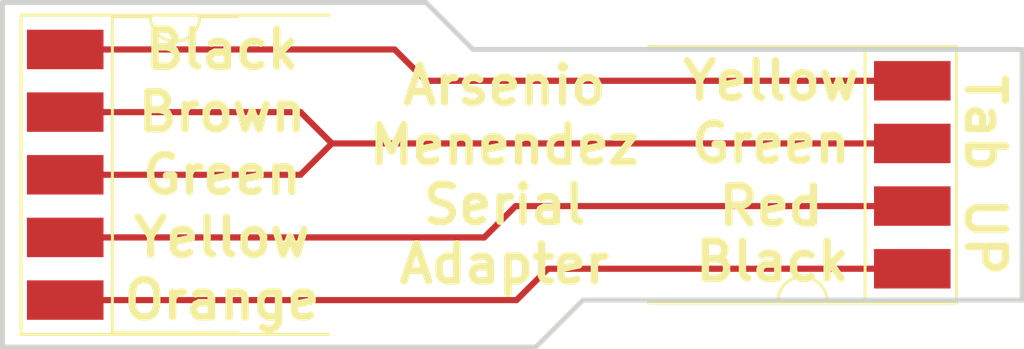
<source format=kicad_pcb>
(kicad_pcb (version 20211014) (generator pcbnew)
  (layers (0 "F.Cu" signal) (31 "B.Cu" signal) (34 "B.Paste" user) (35 "F.Paste" user) (36 "B.SilkS" user "B.Silkscreen") (37 "F.SilkS" user "F.Silkscreen") (38 "B.Mask" user) (39 "F.Mask" user) (44 "Edge.Cuts" user))
  (net 0 "")
  (footprint "Package_DIP:DIP-8_W8.89mm_SMDSocket_LongPads" (layer "F.Cu") (at 106.68 88.9 180)
    (fp_text reference "REF**" hide)
    (fp_text value "DIP-8_W8.89mm_SMDSocket_LongPads" hide)
    (fp_line (start -2.535 5.14) (end 2.535 5.14) (layer "F.SilkS") (width 0.12))
    (fp_line (start 6.235 -5.2) (end -6.235 -5.2) (layer "F.SilkS") (width 0.12))
    (fp_line (start -1 -5.14) (end -2.535 -5.14) (layer "F.SilkS") (width 0.12))
    (fp_line (start -2.535 -5.14) (end -2.535 5.14) (layer "F.SilkS") (width 0.12))
    (fp_line (start -6.235 -5.2) (end -6.235 5.2) (layer "F.SilkS") (width 0.12))
    (fp_line (start -6.235 5.2) (end 6.235 5.2) (layer "F.SilkS") (width 0.12))
    (fp_arc (start 1 -5.14) (mid 0 -4.14) (end -1 -5.14) (layer "F.SilkS") (width 0.12))
    (pad "GND" smd rect (at -4.445 3.81 180) (size 3.1 1.6) (layers "F.Cu" "F.Paste" "F.Mask"))
    (pad "RX" smd rect (at -4.445 -1.27 180) (size 3.1 1.6) (layers "F.Cu" "F.Paste" "F.Mask"))
    (pad "TS" smd rect (at -4.445 1.27 180) (size 3.1 1.6) (layers "F.Cu" "F.Paste" "F.Mask"))
    (pad "TX" smd rect (at -4.445 -3.81 180) (size 3.1 1.6) (layers "F.Cu" "F.Paste" "F.Mask"))
  )
  (footprint "Package_DIP:DIP-10_W8.89mm_SMDSocket_LongPads" (layer "F.Cu") (at 81.28 88.9)
    (fp_text reference "REF**" hide)
    (fp_text value "DIP-10_W8.89mm_SMDSocket_LongPads" hide)
    (fp_line (start -2.535 -6.41) (end -2.535 6.41) (layer "F.SilkS") (width 0.12))
    (fp_line (start -6.235 -6.47) (end -6.235 6.47) (layer "F.SilkS") (width 0.12))
    (fp_line (start -1 -6.41) (end -2.535 -6.41) (layer "F.SilkS") (width 0.12))
    (fp_line (start 6.235 -6.47) (end -6.235 -6.47) (layer "F.SilkS") (width 0.12))
    (fp_line (start -2.535 6.41) (end 2.535 6.41) (layer "F.SilkS") (width 0.12))
    (fp_line (start 2.535 -6.41) (end 1 -6.41) (layer "F.SilkS") (width 0.12))
    (fp_line (start -6.235 6.47) (end 6.235 6.47) (layer "F.SilkS") (width 0.12))
    (fp_arc (start 1 -6.41) (mid 0 -5.41) (end -1 -6.41) (layer "F.SilkS") (width 0.12))
    (pad "GND" smd rect (at -4.445 -5.08) (size 3.1 1.6) (layers "F.Cu" "F.Paste" "F.Mask"))
    (pad "RX" smd rect (at -4.445 2.54) (size 3.1 1.6) (layers "F.Cu" "F.Paste" "F.Mask"))
    (pad "TS" smd rect (at -4.445 0) (size 3.1 1.6) (layers "F.Cu" "F.Paste" "F.Mask"))
    (pad "TS" smd rect (at -4.445 -2.54) (size 3.1 1.6) (layers "F.Cu" "F.Paste" "F.Mask"))
    (pad "TX" smd rect (at -4.445 5.08) (size 3.1 1.6) (layers "F.Cu" "F.Paste" "F.Mask"))
  )
  (gr_line (start 97.79 93.98) (end 95.885 95.885) (layer "Edge.Cuts") (width 0.2))
  (gr_line (start 93.345 83.82) (end 115.57 83.82) (layer "Edge.Cuts") (width 0.2))
  (gr_line (start 115.57 83.82) (end 115.57 93.98) (layer "Edge.Cuts") (width 0.2))
  (gr_line (start 91.44 81.915) (end 93.345 83.82) (layer "Edge.Cuts") (width 0.2))
  (gr_line (start 74.295 95.885) (end 74.295 81.915) (layer "Edge.Cuts") (width 0.2))
  (gr_line (start 115.57 93.98) (end 97.79 93.98) (layer "Edge.Cuts") (width 0.2))
  (gr_line (start 74.295 81.915) (end 91.44 81.915) (layer "Edge.Cuts") (width 0.2))
  (gr_line (start 95.885 95.885) (end 74.295 95.885) (layer "Edge.Cuts") (width 0.2))
  (gr_text "Black" (at 105.463795 92.413172) (layer "F.SilkS") (effects (font (size 1.5 1.5) (thickness 0.3))))
  (gr_text "Brown" (at 83.185 86.36) (layer "F.SilkS") (effects (font (size 1.5 1.5) (thickness 0.3))))
  (gr_text "Green\n" (at 105.394441 87.627777) (layer "F.SilkS") (effects (font (size 1.5 1.5) (thickness 0.3))))
  (gr_text "Green\n" (at 83.185 88.9) (layer "F.SilkS") (effects (font (size 1.5 1.5) (thickness 0.3))))
  (gr_text "Black" (at 83.185 83.82) (layer "F.SilkS") (effects (font (size 1.5 1.5) (thickness 0.3))))
  (gr_text "Arsenio\nMenendez\nSerial\nAdapter\n" (at 94.615 88.9) (layer "F.SilkS") (effects (font (size 1.5 1.5) (thickness 0.3))))
  (gr_text "Tab UP" (at 114.071933 88.915411 270) (layer "F.SilkS") (effects (font (size 1.5 1.5) (thickness 0.3))))
  (gr_text "Yellow\n" (at 83.185 91.44) (layer "F.SilkS") (effects (font (size 1.5 1.5) (thickness 0.3))))
  (gr_text "Yellow\n" (at 105.41 85.09) (layer "F.SilkS") (effects (font (size 1.5 1.5) (thickness 0.3))))
  (gr_text "Red\n" (at 105.41 90.17) (layer "F.SilkS") (effects (font (size 1.5 1.5) (thickness 0.3))))
  (gr_text "Orange\n" (at 83.185 93.98) (layer "F.SilkS") (effects (font (size 1.5 1.5) (thickness 0.3))))
  (segment (start 76.835 93.98) (end 95.106847 93.98) (width 0.25) (layer "F.Cu") (net 0))
  (segment (start 93.797725 91.44) (end 95.067725 90.17) (width 0.25) (layer "F.Cu") (net 0))
  (segment (start 91.44 85.09) (end 111.125 85.09) (width 0.25) (layer "F.Cu") (net 0))
  (segment (start 95.067725 90.17) (end 111.125 90.17) (width 0.25) (layer "F.Cu") (net 0))
  (segment (start 86.36 88.9) (end 87.63 87.63) (width 0.25) (layer "F.Cu") (net 0))
  (segment (start 86.36 86.36) (end 76.835 86.36) (width 0.25) (layer "F.Cu") (net 0))
  (segment (start 90.17 83.82) (end 91.44 85.09) (width 0.25) (layer "F.Cu") (net 0))
  (segment (start 87.63 87.63) (end 86.36 86.36) (width 0.25) (layer "F.Cu") (net 0))
  (segment (start 76.835 83.82) (end 90.17 83.82) (width 0.25) (layer "F.Cu") (net 0))
  (segment (start 95.106847 93.98) (end 96.376847 92.71) (width 0.25) (layer "F.Cu") (net 0))
  (segment (start 96.376847 92.71) (end 111.125 92.71) (width 0.25) (layer "F.Cu") (net 0))
  (segment (start 76.835 88.9) (end 86.36 88.9) (width 0.25) (layer "F.Cu") (net 0))
  (segment (start 87.63 87.63) (end 111.125 87.63) (width 0.25) (layer "F.Cu") (net 0))
  (segment (start 76.835 91.44) (end 93.797725 91.44) (width 0.25) (layer "F.Cu") (net 0))
)
</source>
